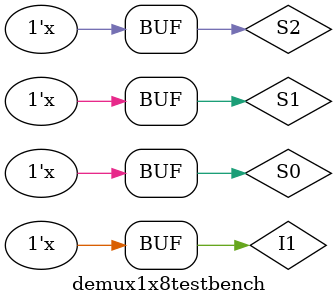
<source format=v>
`timescale 1ns / 1ps


module demux1x8testbench;

	// Inputs
	reg I1;
	reg S2;
	reg S1;
	reg S0;

	// Outputs
	wire m1;
	wire m2;
	wire m3;
	wire m4;
	wire m5;
	wire m6;
	wire m7;
	wire m8;

	// Instantiate the Unit Under Test (UUT)
	demux1x8 uut (
		.I1(I1), 
		.S2(S2), 
		.S1(S1), 
		.S0(S0), 
		.m1(m1), 
		.m2(m2), 
		.m3(m3), 
		.m4(m4), 
		.m5(m5), 
		.m6(m6), 
		.m7(m7), 
		.m8(m8)
	);

	initial begin
		// Initialize Inputs
		I1 = 0;
		S2 = 0;
		S1 = 0;
		S0 = 0;

		// Wait 100 ns for global reset to finish
		#100;
        
		// Add stimulus here

	end
	
	always #1 I1=~I1;
	always #2 S0=~S0;
	always #4 S1=~S1;
	always #8 S2=~S2;
	
      
endmodule


</source>
